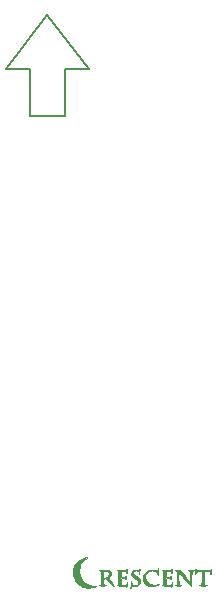
<source format=gto>
G04 #@! TF.GenerationSoftware,KiCad,Pcbnew,(5.1.2)-1*
G04 #@! TF.CreationDate,2023-06-08T23:34:46+09:00*
G04 #@! TF.ProjectId,projectionball,70726f6a-6563-4746-996f-6e62616c6c2e,v7.3*
G04 #@! TF.SameCoordinates,Original*
G04 #@! TF.FileFunction,Legend,Top*
G04 #@! TF.FilePolarity,Positive*
%FSLAX46Y46*%
G04 Gerber Fmt 4.6, Leading zero omitted, Abs format (unit mm)*
G04 Created by KiCad (PCBNEW (5.1.2)-1) date 2023-06-08 23:34:46*
%MOMM*%
%LPD*%
G04 APERTURE LIST*
%ADD10C,0.150000*%
%ADD11C,0.010000*%
G04 APERTURE END LIST*
D10*
X133470000Y-93040000D02*
X129970000Y-97540000D01*
X133470000Y-93040000D02*
X136970000Y-97540000D01*
X131970000Y-97540000D02*
X129970000Y-97540000D01*
X131970000Y-101540000D02*
X131970000Y-97540000D01*
X134970000Y-101540000D02*
X131970000Y-101540000D01*
X134970000Y-97540000D02*
X134970000Y-101540000D01*
X136970000Y-97540000D02*
X134970000Y-97540000D01*
D11*
G36*
X136822215Y-138921661D02*
G01*
X136792259Y-138942427D01*
X136574419Y-139112507D01*
X136399059Y-139303206D01*
X136268961Y-139511278D01*
X136230328Y-139598364D01*
X136193205Y-139733681D01*
X136171873Y-139899867D01*
X136166456Y-140079465D01*
X136177079Y-140255022D01*
X136203867Y-140409080D01*
X136224062Y-140474463D01*
X136334102Y-140696187D01*
X136485775Y-140894075D01*
X136672744Y-141061008D01*
X136838841Y-141165061D01*
X136981744Y-141232810D01*
X137119010Y-141279709D01*
X137270781Y-141311522D01*
X137414337Y-141329796D01*
X137591700Y-141348139D01*
X137439300Y-141408908D01*
X137354573Y-141438396D01*
X137266680Y-141458124D01*
X137160563Y-141470453D01*
X137021162Y-141477744D01*
X136994800Y-141478599D01*
X136860665Y-141481418D01*
X136761430Y-141479058D01*
X136681300Y-141469664D01*
X136604484Y-141451379D01*
X136515188Y-141422348D01*
X136514751Y-141422196D01*
X136279196Y-141316424D01*
X136077002Y-141177655D01*
X135909511Y-141011169D01*
X135778066Y-140822250D01*
X135684007Y-140616178D01*
X135628676Y-140398237D01*
X135613415Y-140173708D01*
X135639565Y-139947872D01*
X135708468Y-139726013D01*
X135821465Y-139513411D01*
X135979674Y-139315583D01*
X136162981Y-139154320D01*
X136365878Y-139034778D01*
X136596638Y-138952622D01*
X136728100Y-138923654D01*
X136800991Y-138911081D01*
X136830265Y-138909803D01*
X136822215Y-138921661D01*
X136822215Y-138921661D01*
G37*
X136822215Y-138921661D02*
X136792259Y-138942427D01*
X136574419Y-139112507D01*
X136399059Y-139303206D01*
X136268961Y-139511278D01*
X136230328Y-139598364D01*
X136193205Y-139733681D01*
X136171873Y-139899867D01*
X136166456Y-140079465D01*
X136177079Y-140255022D01*
X136203867Y-140409080D01*
X136224062Y-140474463D01*
X136334102Y-140696187D01*
X136485775Y-140894075D01*
X136672744Y-141061008D01*
X136838841Y-141165061D01*
X136981744Y-141232810D01*
X137119010Y-141279709D01*
X137270781Y-141311522D01*
X137414337Y-141329796D01*
X137591700Y-141348139D01*
X137439300Y-141408908D01*
X137354573Y-141438396D01*
X137266680Y-141458124D01*
X137160563Y-141470453D01*
X137021162Y-141477744D01*
X136994800Y-141478599D01*
X136860665Y-141481418D01*
X136761430Y-141479058D01*
X136681300Y-141469664D01*
X136604484Y-141451379D01*
X136515188Y-141422348D01*
X136514751Y-141422196D01*
X136279196Y-141316424D01*
X136077002Y-141177655D01*
X135909511Y-141011169D01*
X135778066Y-140822250D01*
X135684007Y-140616178D01*
X135628676Y-140398237D01*
X135613415Y-140173708D01*
X135639565Y-139947872D01*
X135708468Y-139726013D01*
X135821465Y-139513411D01*
X135979674Y-139315583D01*
X136162981Y-139154320D01*
X136365878Y-139034778D01*
X136596638Y-138952622D01*
X136728100Y-138923654D01*
X136800991Y-138911081D01*
X136830265Y-138909803D01*
X136822215Y-138921661D01*
G36*
X141279870Y-139877095D02*
G01*
X141279277Y-139927207D01*
X141274772Y-140000300D01*
X141268329Y-140104405D01*
X141263777Y-140200430D01*
X141262180Y-140262149D01*
X141255636Y-140316472D01*
X141238846Y-140331623D01*
X141236600Y-140330500D01*
X141217727Y-140295878D01*
X141211200Y-140245752D01*
X141188955Y-140155278D01*
X141130173Y-140084480D01*
X141046777Y-140037802D01*
X140950693Y-140019691D01*
X140853845Y-140034591D01*
X140773050Y-140082415D01*
X140739472Y-140141669D01*
X140729835Y-140221565D01*
X140745454Y-140297262D01*
X140760350Y-140322445D01*
X140794989Y-140353788D01*
X140860703Y-140403900D01*
X140945841Y-140464073D01*
X140986681Y-140491643D01*
X141135263Y-140602396D01*
X141236710Y-140707908D01*
X141293613Y-140813342D01*
X141308560Y-140923858D01*
X141284142Y-141044618D01*
X141275754Y-141067874D01*
X141206177Y-141183157D01*
X141101259Y-141267038D01*
X140967815Y-141316460D01*
X140812661Y-141328364D01*
X140719164Y-141317564D01*
X140629899Y-141305252D01*
X140579032Y-141312734D01*
X140556140Y-141345769D01*
X140550800Y-141410116D01*
X140550800Y-141410578D01*
X140536629Y-141459699D01*
X140521435Y-141475950D01*
X140503650Y-141474209D01*
X140504957Y-141431421D01*
X140508735Y-141410774D01*
X140516632Y-141345713D01*
X140522507Y-141248603D01*
X140525302Y-141138187D01*
X140525400Y-141114725D01*
X140528247Y-141010699D01*
X140536066Y-140937171D01*
X140547769Y-140903245D01*
X140550800Y-140902000D01*
X140567737Y-140924293D01*
X140576032Y-140978957D01*
X140576200Y-140988951D01*
X140599558Y-141087739D01*
X140661783Y-141173824D01*
X140751097Y-141238492D01*
X140855723Y-141273027D01*
X140956601Y-141270431D01*
X141035510Y-141232300D01*
X141105064Y-141163982D01*
X141150609Y-141082728D01*
X141160400Y-141030476D01*
X141141810Y-140950838D01*
X141083621Y-140868307D01*
X140982199Y-140778487D01*
X140908499Y-140725625D01*
X140751850Y-140603710D01*
X140645792Y-140484999D01*
X140590230Y-140369310D01*
X140585068Y-140256461D01*
X140616857Y-140168660D01*
X140675167Y-140080249D01*
X140742065Y-140022735D01*
X140829237Y-139990635D01*
X140948368Y-139978463D01*
X141022765Y-139978124D01*
X141236767Y-139981348D01*
X141261975Y-139901924D01*
X141274283Y-139870054D01*
X141279870Y-139877095D01*
X141279870Y-139877095D01*
G37*
X141279870Y-139877095D02*
X141279277Y-139927207D01*
X141274772Y-140000300D01*
X141268329Y-140104405D01*
X141263777Y-140200430D01*
X141262180Y-140262149D01*
X141255636Y-140316472D01*
X141238846Y-140331623D01*
X141236600Y-140330500D01*
X141217727Y-140295878D01*
X141211200Y-140245752D01*
X141188955Y-140155278D01*
X141130173Y-140084480D01*
X141046777Y-140037802D01*
X140950693Y-140019691D01*
X140853845Y-140034591D01*
X140773050Y-140082415D01*
X140739472Y-140141669D01*
X140729835Y-140221565D01*
X140745454Y-140297262D01*
X140760350Y-140322445D01*
X140794989Y-140353788D01*
X140860703Y-140403900D01*
X140945841Y-140464073D01*
X140986681Y-140491643D01*
X141135263Y-140602396D01*
X141236710Y-140707908D01*
X141293613Y-140813342D01*
X141308560Y-140923858D01*
X141284142Y-141044618D01*
X141275754Y-141067874D01*
X141206177Y-141183157D01*
X141101259Y-141267038D01*
X140967815Y-141316460D01*
X140812661Y-141328364D01*
X140719164Y-141317564D01*
X140629899Y-141305252D01*
X140579032Y-141312734D01*
X140556140Y-141345769D01*
X140550800Y-141410116D01*
X140550800Y-141410578D01*
X140536629Y-141459699D01*
X140521435Y-141475950D01*
X140503650Y-141474209D01*
X140504957Y-141431421D01*
X140508735Y-141410774D01*
X140516632Y-141345713D01*
X140522507Y-141248603D01*
X140525302Y-141138187D01*
X140525400Y-141114725D01*
X140528247Y-141010699D01*
X140536066Y-140937171D01*
X140547769Y-140903245D01*
X140550800Y-140902000D01*
X140567737Y-140924293D01*
X140576032Y-140978957D01*
X140576200Y-140988951D01*
X140599558Y-141087739D01*
X140661783Y-141173824D01*
X140751097Y-141238492D01*
X140855723Y-141273027D01*
X140956601Y-141270431D01*
X141035510Y-141232300D01*
X141105064Y-141163982D01*
X141150609Y-141082728D01*
X141160400Y-141030476D01*
X141141810Y-140950838D01*
X141083621Y-140868307D01*
X140982199Y-140778487D01*
X140908499Y-140725625D01*
X140751850Y-140603710D01*
X140645792Y-140484999D01*
X140590230Y-140369310D01*
X140585068Y-140256461D01*
X140616857Y-140168660D01*
X140675167Y-140080249D01*
X140742065Y-140022735D01*
X140829237Y-139990635D01*
X140948368Y-139978463D01*
X141022765Y-139978124D01*
X141236767Y-139981348D01*
X141261975Y-139901924D01*
X141274283Y-139870054D01*
X141279870Y-139877095D01*
G36*
X140193163Y-139936103D02*
G01*
X140191065Y-139986670D01*
X140185739Y-140038400D01*
X140176955Y-140125296D01*
X140171236Y-140196634D01*
X140170020Y-140224049D01*
X140158936Y-140254985D01*
X140144400Y-140254300D01*
X140125831Y-140219829D01*
X140119000Y-140166618D01*
X140114465Y-140122791D01*
X140094837Y-140093091D01*
X140051080Y-140073314D01*
X139974155Y-140059254D01*
X139862868Y-140047431D01*
X139687200Y-140031105D01*
X139687200Y-140107120D01*
X139685057Y-140169639D01*
X139679410Y-140263526D01*
X139671431Y-140369563D01*
X139670530Y-140380337D01*
X139653860Y-140577539D01*
X139860041Y-140568176D01*
X139968993Y-140561002D01*
X140039167Y-140549552D01*
X140082567Y-140530904D01*
X140106626Y-140508156D01*
X140135937Y-140473119D01*
X140141661Y-140477851D01*
X140135150Y-140508300D01*
X140124402Y-140563056D01*
X140110692Y-140643989D01*
X140104137Y-140686100D01*
X140092478Y-140756674D01*
X140084118Y-140781460D01*
X140076039Y-140765071D01*
X140070198Y-140738032D01*
X140050419Y-140686889D01*
X140009296Y-140653586D01*
X139937897Y-140634507D01*
X139827292Y-140626036D01*
X139791385Y-140625131D01*
X139654270Y-140622600D01*
X139670583Y-140832150D01*
X139678494Y-140947565D01*
X139684337Y-141059017D01*
X139686993Y-141144706D01*
X139687047Y-141153377D01*
X139687200Y-141265054D01*
X139878964Y-141248844D01*
X140009647Y-141233814D01*
X140096682Y-141212796D01*
X140147140Y-141182618D01*
X140168094Y-141140111D01*
X140169800Y-141118505D01*
X140179531Y-141064912D01*
X140195799Y-141041329D01*
X140207575Y-141042899D01*
X140210902Y-141071201D01*
X140205281Y-141132262D01*
X140190213Y-141232111D01*
X140170577Y-141346500D01*
X140158637Y-141404840D01*
X140150189Y-141416641D01*
X140142356Y-141385761D01*
X140142163Y-141384600D01*
X140131700Y-141321100D01*
X139687200Y-141308400D01*
X139527894Y-141303206D01*
X139416136Y-141297928D01*
X139348674Y-141292240D01*
X139322255Y-141285811D01*
X139333627Y-141278314D01*
X139350650Y-141274417D01*
X139458600Y-141253134D01*
X139458600Y-140044892D01*
X139350650Y-140022596D01*
X139323160Y-140014275D01*
X139332324Y-140007615D01*
X139381329Y-140002343D01*
X139473365Y-139998183D01*
X139611620Y-139994861D01*
X139687200Y-139993605D01*
X139850454Y-139990590D01*
X139970305Y-139986670D01*
X140054148Y-139981059D01*
X140109378Y-139972975D01*
X140143391Y-139961633D01*
X140163584Y-139946249D01*
X140166468Y-139942805D01*
X140185461Y-139923951D01*
X140193163Y-139936103D01*
X140193163Y-139936103D01*
G37*
X140193163Y-139936103D02*
X140191065Y-139986670D01*
X140185739Y-140038400D01*
X140176955Y-140125296D01*
X140171236Y-140196634D01*
X140170020Y-140224049D01*
X140158936Y-140254985D01*
X140144400Y-140254300D01*
X140125831Y-140219829D01*
X140119000Y-140166618D01*
X140114465Y-140122791D01*
X140094837Y-140093091D01*
X140051080Y-140073314D01*
X139974155Y-140059254D01*
X139862868Y-140047431D01*
X139687200Y-140031105D01*
X139687200Y-140107120D01*
X139685057Y-140169639D01*
X139679410Y-140263526D01*
X139671431Y-140369563D01*
X139670530Y-140380337D01*
X139653860Y-140577539D01*
X139860041Y-140568176D01*
X139968993Y-140561002D01*
X140039167Y-140549552D01*
X140082567Y-140530904D01*
X140106626Y-140508156D01*
X140135937Y-140473119D01*
X140141661Y-140477851D01*
X140135150Y-140508300D01*
X140124402Y-140563056D01*
X140110692Y-140643989D01*
X140104137Y-140686100D01*
X140092478Y-140756674D01*
X140084118Y-140781460D01*
X140076039Y-140765071D01*
X140070198Y-140738032D01*
X140050419Y-140686889D01*
X140009296Y-140653586D01*
X139937897Y-140634507D01*
X139827292Y-140626036D01*
X139791385Y-140625131D01*
X139654270Y-140622600D01*
X139670583Y-140832150D01*
X139678494Y-140947565D01*
X139684337Y-141059017D01*
X139686993Y-141144706D01*
X139687047Y-141153377D01*
X139687200Y-141265054D01*
X139878964Y-141248844D01*
X140009647Y-141233814D01*
X140096682Y-141212796D01*
X140147140Y-141182618D01*
X140168094Y-141140111D01*
X140169800Y-141118505D01*
X140179531Y-141064912D01*
X140195799Y-141041329D01*
X140207575Y-141042899D01*
X140210902Y-141071201D01*
X140205281Y-141132262D01*
X140190213Y-141232111D01*
X140170577Y-141346500D01*
X140158637Y-141404840D01*
X140150189Y-141416641D01*
X140142356Y-141385761D01*
X140142163Y-141384600D01*
X140131700Y-141321100D01*
X139687200Y-141308400D01*
X139527894Y-141303206D01*
X139416136Y-141297928D01*
X139348674Y-141292240D01*
X139322255Y-141285811D01*
X139333627Y-141278314D01*
X139350650Y-141274417D01*
X139458600Y-141253134D01*
X139458600Y-140044892D01*
X139350650Y-140022596D01*
X139323160Y-140014275D01*
X139332324Y-140007615D01*
X139381329Y-140002343D01*
X139473365Y-139998183D01*
X139611620Y-139994861D01*
X139687200Y-139993605D01*
X139850454Y-139990590D01*
X139970305Y-139986670D01*
X140054148Y-139981059D01*
X140109378Y-139972975D01*
X140143391Y-139961633D01*
X140163584Y-139946249D01*
X140166468Y-139942805D01*
X140185461Y-139923951D01*
X140193163Y-139936103D01*
G36*
X144003163Y-139936103D02*
G01*
X144001065Y-139986670D01*
X143995739Y-140038400D01*
X143986955Y-140125296D01*
X143981236Y-140196634D01*
X143980020Y-140224049D01*
X143968936Y-140254985D01*
X143954400Y-140254300D01*
X143935831Y-140219829D01*
X143929000Y-140166618D01*
X143924465Y-140122791D01*
X143904837Y-140093091D01*
X143861080Y-140073314D01*
X143784155Y-140059254D01*
X143672868Y-140047431D01*
X143497200Y-140031105D01*
X143497200Y-140107120D01*
X143495057Y-140169639D01*
X143489410Y-140263526D01*
X143481431Y-140369563D01*
X143480530Y-140380337D01*
X143463860Y-140577539D01*
X143670041Y-140568176D01*
X143778993Y-140561002D01*
X143849167Y-140549552D01*
X143892567Y-140530904D01*
X143916626Y-140508156D01*
X143945937Y-140473119D01*
X143951661Y-140477851D01*
X143945150Y-140508300D01*
X143934402Y-140563056D01*
X143920692Y-140643989D01*
X143914137Y-140686100D01*
X143902478Y-140756674D01*
X143894118Y-140781460D01*
X143886039Y-140765071D01*
X143880198Y-140738032D01*
X143860419Y-140686889D01*
X143819296Y-140653586D01*
X143747897Y-140634507D01*
X143637292Y-140626036D01*
X143601385Y-140625131D01*
X143464270Y-140622600D01*
X143480583Y-140832150D01*
X143488494Y-140947565D01*
X143494337Y-141059017D01*
X143496993Y-141144706D01*
X143497047Y-141153377D01*
X143497200Y-141265054D01*
X143688964Y-141248844D01*
X143819647Y-141233814D01*
X143906682Y-141212796D01*
X143957140Y-141182618D01*
X143978094Y-141140111D01*
X143979800Y-141118505D01*
X143989531Y-141064912D01*
X144005799Y-141041329D01*
X144017575Y-141042899D01*
X144020902Y-141071201D01*
X144015281Y-141132262D01*
X144000213Y-141232111D01*
X143980577Y-141346500D01*
X143968637Y-141404840D01*
X143960189Y-141416641D01*
X143952356Y-141385761D01*
X143952163Y-141384600D01*
X143941700Y-141321100D01*
X143497200Y-141308400D01*
X143337894Y-141303206D01*
X143226136Y-141297928D01*
X143158674Y-141292240D01*
X143132255Y-141285811D01*
X143143627Y-141278314D01*
X143160650Y-141274417D01*
X143268600Y-141253134D01*
X143268600Y-140044892D01*
X143160650Y-140022596D01*
X143133160Y-140014275D01*
X143142324Y-140007615D01*
X143191329Y-140002343D01*
X143283365Y-139998183D01*
X143421620Y-139994861D01*
X143497200Y-139993605D01*
X143660454Y-139990590D01*
X143780305Y-139986670D01*
X143864148Y-139981059D01*
X143919378Y-139972975D01*
X143953391Y-139961633D01*
X143973584Y-139946249D01*
X143976468Y-139942805D01*
X143995461Y-139923951D01*
X144003163Y-139936103D01*
X144003163Y-139936103D01*
G37*
X144003163Y-139936103D02*
X144001065Y-139986670D01*
X143995739Y-140038400D01*
X143986955Y-140125296D01*
X143981236Y-140196634D01*
X143980020Y-140224049D01*
X143968936Y-140254985D01*
X143954400Y-140254300D01*
X143935831Y-140219829D01*
X143929000Y-140166618D01*
X143924465Y-140122791D01*
X143904837Y-140093091D01*
X143861080Y-140073314D01*
X143784155Y-140059254D01*
X143672868Y-140047431D01*
X143497200Y-140031105D01*
X143497200Y-140107120D01*
X143495057Y-140169639D01*
X143489410Y-140263526D01*
X143481431Y-140369563D01*
X143480530Y-140380337D01*
X143463860Y-140577539D01*
X143670041Y-140568176D01*
X143778993Y-140561002D01*
X143849167Y-140549552D01*
X143892567Y-140530904D01*
X143916626Y-140508156D01*
X143945937Y-140473119D01*
X143951661Y-140477851D01*
X143945150Y-140508300D01*
X143934402Y-140563056D01*
X143920692Y-140643989D01*
X143914137Y-140686100D01*
X143902478Y-140756674D01*
X143894118Y-140781460D01*
X143886039Y-140765071D01*
X143880198Y-140738032D01*
X143860419Y-140686889D01*
X143819296Y-140653586D01*
X143747897Y-140634507D01*
X143637292Y-140626036D01*
X143601385Y-140625131D01*
X143464270Y-140622600D01*
X143480583Y-140832150D01*
X143488494Y-140947565D01*
X143494337Y-141059017D01*
X143496993Y-141144706D01*
X143497047Y-141153377D01*
X143497200Y-141265054D01*
X143688964Y-141248844D01*
X143819647Y-141233814D01*
X143906682Y-141212796D01*
X143957140Y-141182618D01*
X143978094Y-141140111D01*
X143979800Y-141118505D01*
X143989531Y-141064912D01*
X144005799Y-141041329D01*
X144017575Y-141042899D01*
X144020902Y-141071201D01*
X144015281Y-141132262D01*
X144000213Y-141232111D01*
X143980577Y-141346500D01*
X143968637Y-141404840D01*
X143960189Y-141416641D01*
X143952356Y-141385761D01*
X143952163Y-141384600D01*
X143941700Y-141321100D01*
X143497200Y-141308400D01*
X143337894Y-141303206D01*
X143226136Y-141297928D01*
X143158674Y-141292240D01*
X143132255Y-141285811D01*
X143143627Y-141278314D01*
X143160650Y-141274417D01*
X143268600Y-141253134D01*
X143268600Y-140044892D01*
X143160650Y-140022596D01*
X143133160Y-140014275D01*
X143142324Y-140007615D01*
X143191329Y-140002343D01*
X143283365Y-139998183D01*
X143421620Y-139994861D01*
X143497200Y-139993605D01*
X143660454Y-139990590D01*
X143780305Y-139986670D01*
X143864148Y-139981059D01*
X143919378Y-139972975D01*
X143953391Y-139961633D01*
X143973584Y-139946249D01*
X143976468Y-139942805D01*
X143995461Y-139923951D01*
X144003163Y-139936103D01*
G36*
X138110263Y-139989741D02*
G01*
X138221286Y-139992323D01*
X138385225Y-139997758D01*
X138507436Y-140004495D01*
X138596995Y-140013601D01*
X138662972Y-140026141D01*
X138714443Y-140043181D01*
X138735636Y-140052772D01*
X138831994Y-140120048D01*
X138880913Y-140202712D01*
X138882319Y-140297786D01*
X138836138Y-140402290D01*
X138747003Y-140508686D01*
X138691277Y-140566786D01*
X138654520Y-140612173D01*
X138645800Y-140629657D01*
X138659876Y-140663715D01*
X138698221Y-140729841D01*
X138755006Y-140819179D01*
X138824404Y-140922870D01*
X138900587Y-141032058D01*
X138977727Y-141137885D01*
X138997174Y-141163695D01*
X139056595Y-141243178D01*
X139101991Y-141306258D01*
X139126224Y-141342921D01*
X139128400Y-141347845D01*
X139107313Y-141357510D01*
X139083950Y-141359236D01*
X139052726Y-141341715D01*
X138993167Y-141293028D01*
X138911729Y-141219024D01*
X138814869Y-141125553D01*
X138717577Y-141027283D01*
X138602370Y-140909140D01*
X138516026Y-140823045D01*
X138452478Y-140764163D01*
X138405658Y-140727658D01*
X138369499Y-140708694D01*
X138337932Y-140702436D01*
X138311177Y-140703396D01*
X138226700Y-140711500D01*
X138218698Y-140876600D01*
X138216924Y-140984061D01*
X138220692Y-141089312D01*
X138226605Y-141149650D01*
X138240365Y-141217935D01*
X138261916Y-141249376D01*
X138302035Y-141257840D01*
X138310806Y-141257988D01*
X138377050Y-141267192D01*
X138417200Y-141283000D01*
X138413059Y-141294211D01*
X138360228Y-141302075D01*
X138258005Y-141306654D01*
X138129950Y-141308011D01*
X137983796Y-141306312D01*
X137882669Y-141300926D01*
X137828623Y-141292019D01*
X137820300Y-141283000D01*
X137854075Y-141265822D01*
X137915627Y-141257698D01*
X137923399Y-141257600D01*
X138010800Y-141257600D01*
X138010800Y-140422575D01*
X138214000Y-140422575D01*
X138214000Y-140648000D01*
X138294880Y-140648000D01*
X138369520Y-140636614D01*
X138456097Y-140608244D01*
X138479585Y-140597739D01*
X138575622Y-140530211D01*
X138640600Y-140441928D01*
X138670963Y-140344041D01*
X138663156Y-140247699D01*
X138616802Y-140167390D01*
X138524897Y-140098063D01*
X138410170Y-140051485D01*
X138319590Y-140038399D01*
X138278587Y-140044614D01*
X138249566Y-140068011D01*
X138230567Y-140115719D01*
X138219632Y-140194869D01*
X138214800Y-140312590D01*
X138214000Y-140422575D01*
X138010800Y-140422575D01*
X138010800Y-140038400D01*
X137909200Y-140038400D01*
X137842951Y-140031934D01*
X137809264Y-140015223D01*
X137807600Y-140009701D01*
X137824567Y-139998508D01*
X137878069Y-139991559D01*
X137972002Y-139988691D01*
X138110263Y-139989741D01*
X138110263Y-139989741D01*
G37*
X138110263Y-139989741D02*
X138221286Y-139992323D01*
X138385225Y-139997758D01*
X138507436Y-140004495D01*
X138596995Y-140013601D01*
X138662972Y-140026141D01*
X138714443Y-140043181D01*
X138735636Y-140052772D01*
X138831994Y-140120048D01*
X138880913Y-140202712D01*
X138882319Y-140297786D01*
X138836138Y-140402290D01*
X138747003Y-140508686D01*
X138691277Y-140566786D01*
X138654520Y-140612173D01*
X138645800Y-140629657D01*
X138659876Y-140663715D01*
X138698221Y-140729841D01*
X138755006Y-140819179D01*
X138824404Y-140922870D01*
X138900587Y-141032058D01*
X138977727Y-141137885D01*
X138997174Y-141163695D01*
X139056595Y-141243178D01*
X139101991Y-141306258D01*
X139126224Y-141342921D01*
X139128400Y-141347845D01*
X139107313Y-141357510D01*
X139083950Y-141359236D01*
X139052726Y-141341715D01*
X138993167Y-141293028D01*
X138911729Y-141219024D01*
X138814869Y-141125553D01*
X138717577Y-141027283D01*
X138602370Y-140909140D01*
X138516026Y-140823045D01*
X138452478Y-140764163D01*
X138405658Y-140727658D01*
X138369499Y-140708694D01*
X138337932Y-140702436D01*
X138311177Y-140703396D01*
X138226700Y-140711500D01*
X138218698Y-140876600D01*
X138216924Y-140984061D01*
X138220692Y-141089312D01*
X138226605Y-141149650D01*
X138240365Y-141217935D01*
X138261916Y-141249376D01*
X138302035Y-141257840D01*
X138310806Y-141257988D01*
X138377050Y-141267192D01*
X138417200Y-141283000D01*
X138413059Y-141294211D01*
X138360228Y-141302075D01*
X138258005Y-141306654D01*
X138129950Y-141308011D01*
X137983796Y-141306312D01*
X137882669Y-141300926D01*
X137828623Y-141292019D01*
X137820300Y-141283000D01*
X137854075Y-141265822D01*
X137915627Y-141257698D01*
X137923399Y-141257600D01*
X138010800Y-141257600D01*
X138010800Y-140422575D01*
X138214000Y-140422575D01*
X138214000Y-140648000D01*
X138294880Y-140648000D01*
X138369520Y-140636614D01*
X138456097Y-140608244D01*
X138479585Y-140597739D01*
X138575622Y-140530211D01*
X138640600Y-140441928D01*
X138670963Y-140344041D01*
X138663156Y-140247699D01*
X138616802Y-140167390D01*
X138524897Y-140098063D01*
X138410170Y-140051485D01*
X138319590Y-140038399D01*
X138278587Y-140044614D01*
X138249566Y-140068011D01*
X138230567Y-140115719D01*
X138219632Y-140194869D01*
X138214800Y-140312590D01*
X138214000Y-140422575D01*
X138010800Y-140422575D01*
X138010800Y-140038400D01*
X137909200Y-140038400D01*
X137842951Y-140031934D01*
X137809264Y-140015223D01*
X137807600Y-140009701D01*
X137824567Y-139998508D01*
X137878069Y-139991559D01*
X137972002Y-139988691D01*
X138110263Y-139989741D01*
G36*
X145723202Y-139989637D02*
G01*
X145804599Y-139995391D01*
X145844049Y-140004326D01*
X145845430Y-140010849D01*
X145803073Y-140032067D01*
X145757800Y-140042599D01*
X145723067Y-140051556D01*
X145701956Y-140074808D01*
X145688971Y-140124349D01*
X145678612Y-140212173D01*
X145678218Y-140216200D01*
X145671730Y-140305155D01*
X145665586Y-140429240D01*
X145660437Y-140572786D01*
X145656930Y-140720125D01*
X145656656Y-140736900D01*
X145653389Y-140880369D01*
X145648370Y-141018693D01*
X145642245Y-141137401D01*
X145635657Y-141222021D01*
X145634638Y-141231147D01*
X145618100Y-141369794D01*
X145388938Y-141116847D01*
X145289524Y-141005961D01*
X145169683Y-140870508D01*
X145041862Y-140724655D01*
X144918506Y-140582567D01*
X144868238Y-140524178D01*
X144576700Y-140184457D01*
X144568779Y-140536878D01*
X144567007Y-140685580D01*
X144567936Y-140834819D01*
X144571299Y-140967888D01*
X144576833Y-141068076D01*
X144577297Y-141073450D01*
X144593734Y-141257600D01*
X144678968Y-141257600D01*
X144741466Y-141264495D01*
X144778632Y-141281269D01*
X144779900Y-141283000D01*
X144763973Y-141295518D01*
X144700213Y-141303969D01*
X144591444Y-141308054D01*
X144538600Y-141308400D01*
X144413381Y-141306061D01*
X144332092Y-141299243D01*
X144297558Y-141288243D01*
X144297300Y-141283000D01*
X144332379Y-141263200D01*
X144373848Y-141257600D01*
X144400596Y-141254347D01*
X144421549Y-141240872D01*
X144437490Y-141211595D01*
X144449199Y-141160941D01*
X144457458Y-141083331D01*
X144463051Y-140973187D01*
X144466757Y-140824933D01*
X144469360Y-140632990D01*
X144469986Y-140571800D01*
X144475100Y-140051100D01*
X144271900Y-140024544D01*
X144411600Y-140006292D01*
X144522839Y-139992569D01*
X144604062Y-139988963D01*
X144666623Y-140000854D01*
X144721873Y-140033623D01*
X144781166Y-140092649D01*
X144855852Y-140183314D01*
X144898409Y-140237005D01*
X144995236Y-140356581D01*
X145111140Y-140495607D01*
X145230920Y-140636041D01*
X145330209Y-140749550D01*
X145567300Y-141016201D01*
X145574048Y-140762250D01*
X145574944Y-140618081D01*
X145571359Y-140459423D01*
X145564044Y-140314772D01*
X145561348Y-140279700D01*
X145541900Y-140051100D01*
X145465700Y-140042795D01*
X145403155Y-140029518D01*
X145365369Y-140011045D01*
X145377454Y-140000295D01*
X145435171Y-139992538D01*
X145533416Y-139988275D01*
X145605400Y-139987599D01*
X145723202Y-139989637D01*
X145723202Y-139989637D01*
G37*
X145723202Y-139989637D02*
X145804599Y-139995391D01*
X145844049Y-140004326D01*
X145845430Y-140010849D01*
X145803073Y-140032067D01*
X145757800Y-140042599D01*
X145723067Y-140051556D01*
X145701956Y-140074808D01*
X145688971Y-140124349D01*
X145678612Y-140212173D01*
X145678218Y-140216200D01*
X145671730Y-140305155D01*
X145665586Y-140429240D01*
X145660437Y-140572786D01*
X145656930Y-140720125D01*
X145656656Y-140736900D01*
X145653389Y-140880369D01*
X145648370Y-141018693D01*
X145642245Y-141137401D01*
X145635657Y-141222021D01*
X145634638Y-141231147D01*
X145618100Y-141369794D01*
X145388938Y-141116847D01*
X145289524Y-141005961D01*
X145169683Y-140870508D01*
X145041862Y-140724655D01*
X144918506Y-140582567D01*
X144868238Y-140524178D01*
X144576700Y-140184457D01*
X144568779Y-140536878D01*
X144567007Y-140685580D01*
X144567936Y-140834819D01*
X144571299Y-140967888D01*
X144576833Y-141068076D01*
X144577297Y-141073450D01*
X144593734Y-141257600D01*
X144678968Y-141257600D01*
X144741466Y-141264495D01*
X144778632Y-141281269D01*
X144779900Y-141283000D01*
X144763973Y-141295518D01*
X144700213Y-141303969D01*
X144591444Y-141308054D01*
X144538600Y-141308400D01*
X144413381Y-141306061D01*
X144332092Y-141299243D01*
X144297558Y-141288243D01*
X144297300Y-141283000D01*
X144332379Y-141263200D01*
X144373848Y-141257600D01*
X144400596Y-141254347D01*
X144421549Y-141240872D01*
X144437490Y-141211595D01*
X144449199Y-141160941D01*
X144457458Y-141083331D01*
X144463051Y-140973187D01*
X144466757Y-140824933D01*
X144469360Y-140632990D01*
X144469986Y-140571800D01*
X144475100Y-140051100D01*
X144271900Y-140024544D01*
X144411600Y-140006292D01*
X144522839Y-139992569D01*
X144604062Y-139988963D01*
X144666623Y-140000854D01*
X144721873Y-140033623D01*
X144781166Y-140092649D01*
X144855852Y-140183314D01*
X144898409Y-140237005D01*
X144995236Y-140356581D01*
X145111140Y-140495607D01*
X145230920Y-140636041D01*
X145330209Y-140749550D01*
X145567300Y-141016201D01*
X145574048Y-140762250D01*
X145574944Y-140618081D01*
X145571359Y-140459423D01*
X145564044Y-140314772D01*
X145561348Y-140279700D01*
X145541900Y-140051100D01*
X145465700Y-140042795D01*
X145403155Y-140029518D01*
X145365369Y-140011045D01*
X145377454Y-140000295D01*
X145435171Y-139992538D01*
X145533416Y-139988275D01*
X145605400Y-139987599D01*
X145723202Y-139989637D01*
G36*
X142854529Y-139893772D02*
G01*
X142850647Y-139968730D01*
X142848641Y-140000300D01*
X142842590Y-140109773D01*
X142838362Y-140216222D01*
X142836980Y-140286050D01*
X142831547Y-140351982D01*
X142818096Y-140390176D01*
X142811400Y-140394000D01*
X142794267Y-140371754D01*
X142786110Y-140317405D01*
X142786000Y-140309527D01*
X142762708Y-140221159D01*
X142698886Y-140146345D01*
X142603613Y-140087706D01*
X142485968Y-140047864D01*
X142355032Y-140029439D01*
X142219882Y-140035054D01*
X142089598Y-140067329D01*
X142033169Y-140092175D01*
X141899140Y-140185553D01*
X141807734Y-140306355D01*
X141758146Y-140455826D01*
X141749451Y-140529660D01*
X141762168Y-140707889D01*
X141821147Y-140871496D01*
X141922580Y-141014415D01*
X142062654Y-141130584D01*
X142160220Y-141183368D01*
X142256539Y-141211339D01*
X142384321Y-141227315D01*
X142525595Y-141231015D01*
X142662394Y-141222157D01*
X142776746Y-141200460D01*
X142798700Y-141193367D01*
X142862239Y-141170819D01*
X142901043Y-141157701D01*
X142905852Y-141156382D01*
X142903371Y-141175254D01*
X142897430Y-141192418D01*
X142859590Y-141228311D01*
X142781586Y-141260813D01*
X142674022Y-141288358D01*
X142547502Y-141309378D01*
X142412628Y-141322309D01*
X142280005Y-141325583D01*
X142160237Y-141317633D01*
X142108490Y-141308961D01*
X141926948Y-141249199D01*
X141776085Y-141157934D01*
X141658174Y-141041485D01*
X141575486Y-140906171D01*
X141530294Y-140758311D01*
X141524870Y-140604224D01*
X141561488Y-140450229D01*
X141642419Y-140302644D01*
X141715847Y-140217133D01*
X141867806Y-140100753D01*
X142052490Y-140021455D01*
X142267257Y-139979853D01*
X142509465Y-139976564D01*
X142673503Y-139994221D01*
X142802307Y-140013543D01*
X142831215Y-139918021D01*
X142845798Y-139873066D01*
X142853241Y-139863433D01*
X142854529Y-139893772D01*
X142854529Y-139893772D01*
G37*
X142854529Y-139893772D02*
X142850647Y-139968730D01*
X142848641Y-140000300D01*
X142842590Y-140109773D01*
X142838362Y-140216222D01*
X142836980Y-140286050D01*
X142831547Y-140351982D01*
X142818096Y-140390176D01*
X142811400Y-140394000D01*
X142794267Y-140371754D01*
X142786110Y-140317405D01*
X142786000Y-140309527D01*
X142762708Y-140221159D01*
X142698886Y-140146345D01*
X142603613Y-140087706D01*
X142485968Y-140047864D01*
X142355032Y-140029439D01*
X142219882Y-140035054D01*
X142089598Y-140067329D01*
X142033169Y-140092175D01*
X141899140Y-140185553D01*
X141807734Y-140306355D01*
X141758146Y-140455826D01*
X141749451Y-140529660D01*
X141762168Y-140707889D01*
X141821147Y-140871496D01*
X141922580Y-141014415D01*
X142062654Y-141130584D01*
X142160220Y-141183368D01*
X142256539Y-141211339D01*
X142384321Y-141227315D01*
X142525595Y-141231015D01*
X142662394Y-141222157D01*
X142776746Y-141200460D01*
X142798700Y-141193367D01*
X142862239Y-141170819D01*
X142901043Y-141157701D01*
X142905852Y-141156382D01*
X142903371Y-141175254D01*
X142897430Y-141192418D01*
X142859590Y-141228311D01*
X142781586Y-141260813D01*
X142674022Y-141288358D01*
X142547502Y-141309378D01*
X142412628Y-141322309D01*
X142280005Y-141325583D01*
X142160237Y-141317633D01*
X142108490Y-141308961D01*
X141926948Y-141249199D01*
X141776085Y-141157934D01*
X141658174Y-141041485D01*
X141575486Y-140906171D01*
X141530294Y-140758311D01*
X141524870Y-140604224D01*
X141561488Y-140450229D01*
X141642419Y-140302644D01*
X141715847Y-140217133D01*
X141867806Y-140100753D01*
X142052490Y-140021455D01*
X142267257Y-139979853D01*
X142509465Y-139976564D01*
X142673503Y-139994221D01*
X142802307Y-140013543D01*
X142831215Y-139918021D01*
X142845798Y-139873066D01*
X142853241Y-139863433D01*
X142854529Y-139893772D01*
G36*
X147352621Y-139875068D02*
G01*
X147354442Y-139920023D01*
X147349285Y-139964933D01*
X147336428Y-140060146D01*
X147322265Y-140169384D01*
X147317074Y-140210698D01*
X147303259Y-140292761D01*
X147289606Y-140326346D01*
X147278322Y-140310901D01*
X147271611Y-140245873D01*
X147270915Y-140222248D01*
X147267679Y-140167913D01*
X147252435Y-140136542D01*
X147212899Y-140117349D01*
X147136784Y-140099549D01*
X147129400Y-140097999D01*
X147023141Y-140080176D01*
X146913295Y-140068453D01*
X146869050Y-140066249D01*
X146748400Y-140063800D01*
X146748400Y-141257600D01*
X146861200Y-141257600D01*
X146932987Y-141262860D01*
X146981194Y-141276108D01*
X146989700Y-141283000D01*
X146972416Y-141294082D01*
X146906249Y-141302099D01*
X146793030Y-141306914D01*
X146646800Y-141308400D01*
X146491387Y-141306690D01*
X146381319Y-141301652D01*
X146318429Y-141293422D01*
X146303900Y-141283000D01*
X146337335Y-141266501D01*
X146400074Y-141257937D01*
X146415934Y-141257600D01*
X146512270Y-141257600D01*
X146528583Y-141048050D01*
X146538204Y-140882705D01*
X146543303Y-140702230D01*
X146543885Y-140521981D01*
X146539954Y-140357317D01*
X146531513Y-140223594D01*
X146528342Y-140193781D01*
X146511926Y-140057063D01*
X146323702Y-140071298D01*
X146183202Y-140089356D01*
X146087633Y-140120391D01*
X146032191Y-140167037D01*
X146012072Y-140231925D01*
X146011800Y-140242185D01*
X146003426Y-140295418D01*
X145983271Y-140317798D01*
X145983076Y-140317800D01*
X145965657Y-140294816D01*
X145969489Y-140226296D01*
X145970097Y-140222550D01*
X145979566Y-140138655D01*
X145985334Y-140036495D01*
X145986120Y-139992450D01*
X145990507Y-139913136D01*
X146002375Y-139874678D01*
X146011800Y-139873299D01*
X146033656Y-139909371D01*
X146037200Y-139934846D01*
X146046990Y-139959857D01*
X146079659Y-139979230D01*
X146140157Y-139993576D01*
X146233431Y-140003502D01*
X146364431Y-140009618D01*
X146538104Y-140012533D01*
X146672199Y-140012999D01*
X146875414Y-140011795D01*
X147032824Y-140007774D01*
X147149380Y-140000328D01*
X147230030Y-139988848D01*
X147279722Y-139972725D01*
X147303406Y-139951350D01*
X147307200Y-139934846D01*
X147321493Y-139886459D01*
X147336026Y-139871182D01*
X147352621Y-139875068D01*
X147352621Y-139875068D01*
G37*
X147352621Y-139875068D02*
X147354442Y-139920023D01*
X147349285Y-139964933D01*
X147336428Y-140060146D01*
X147322265Y-140169384D01*
X147317074Y-140210698D01*
X147303259Y-140292761D01*
X147289606Y-140326346D01*
X147278322Y-140310901D01*
X147271611Y-140245873D01*
X147270915Y-140222248D01*
X147267679Y-140167913D01*
X147252435Y-140136542D01*
X147212899Y-140117349D01*
X147136784Y-140099549D01*
X147129400Y-140097999D01*
X147023141Y-140080176D01*
X146913295Y-140068453D01*
X146869050Y-140066249D01*
X146748400Y-140063800D01*
X146748400Y-141257600D01*
X146861200Y-141257600D01*
X146932987Y-141262860D01*
X146981194Y-141276108D01*
X146989700Y-141283000D01*
X146972416Y-141294082D01*
X146906249Y-141302099D01*
X146793030Y-141306914D01*
X146646800Y-141308400D01*
X146491387Y-141306690D01*
X146381319Y-141301652D01*
X146318429Y-141293422D01*
X146303900Y-141283000D01*
X146337335Y-141266501D01*
X146400074Y-141257937D01*
X146415934Y-141257600D01*
X146512270Y-141257600D01*
X146528583Y-141048050D01*
X146538204Y-140882705D01*
X146543303Y-140702230D01*
X146543885Y-140521981D01*
X146539954Y-140357317D01*
X146531513Y-140223594D01*
X146528342Y-140193781D01*
X146511926Y-140057063D01*
X146323702Y-140071298D01*
X146183202Y-140089356D01*
X146087633Y-140120391D01*
X146032191Y-140167037D01*
X146012072Y-140231925D01*
X146011800Y-140242185D01*
X146003426Y-140295418D01*
X145983271Y-140317798D01*
X145983076Y-140317800D01*
X145965657Y-140294816D01*
X145969489Y-140226296D01*
X145970097Y-140222550D01*
X145979566Y-140138655D01*
X145985334Y-140036495D01*
X145986120Y-139992450D01*
X145990507Y-139913136D01*
X146002375Y-139874678D01*
X146011800Y-139873299D01*
X146033656Y-139909371D01*
X146037200Y-139934846D01*
X146046990Y-139959857D01*
X146079659Y-139979230D01*
X146140157Y-139993576D01*
X146233431Y-140003502D01*
X146364431Y-140009618D01*
X146538104Y-140012533D01*
X146672199Y-140012999D01*
X146875414Y-140011795D01*
X147032824Y-140007774D01*
X147149380Y-140000328D01*
X147230030Y-139988848D01*
X147279722Y-139972725D01*
X147303406Y-139951350D01*
X147307200Y-139934846D01*
X147321493Y-139886459D01*
X147336026Y-139871182D01*
X147352621Y-139875068D01*
%LPC*%
M02*

</source>
